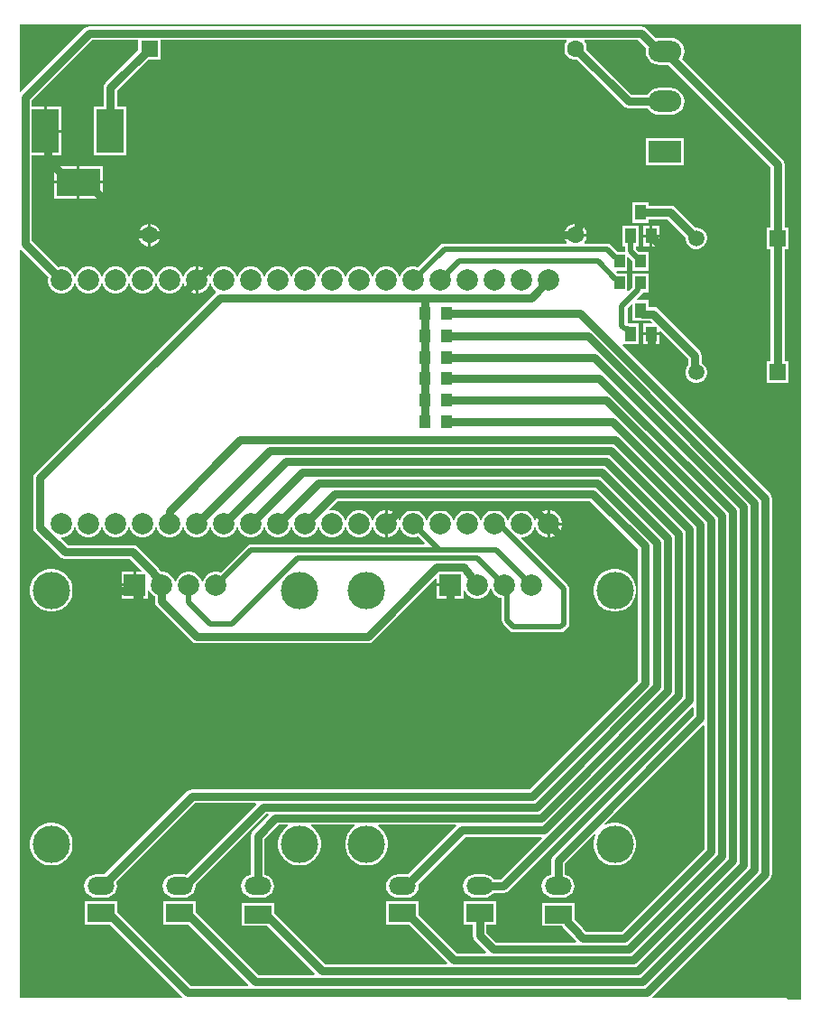
<source format=gtl>
G04*
G04 #@! TF.GenerationSoftware,Altium Limited,Altium Designer,21.3.2 (30)*
G04*
G04 Layer_Physical_Order=1*
G04 Layer_Color=255*
%FSTAX24Y24*%
%MOIN*%
G70*
G04*
G04 #@! TF.SameCoordinates,70DC1E10-037C-42C7-9AD5-60C584CD1C3D*
G04*
G04*
G04 #@! TF.FilePolarity,Positive*
G04*
G01*
G75*
%ADD17R,0.0394X0.0551*%
%ADD18R,0.0394X0.0492*%
%ADD34C,0.0300*%
%ADD35C,0.0200*%
%ADD36R,0.1000X0.0650*%
%ADD37O,0.1000X0.0650*%
%ADD38C,0.1378*%
%ADD39R,0.0787X0.0787*%
%ADD40C,0.0787*%
%ADD41R,0.1600X0.1000*%
%ADD42R,0.1000X0.1600*%
%ADD43R,0.0591X0.0591*%
%ADD44C,0.0591*%
%ADD45R,0.1220X0.0787*%
%ADD46O,0.1220X0.0787*%
%ADD47R,0.0630X0.0630*%
%ADD48C,0.0630*%
G36*
X030958Y010092D02*
X030508D01*
X03045Y01015D01*
X0255D01*
X025479Y0102D01*
X02983Y014551D01*
X029885Y014634D01*
X029905Y014732D01*
Y028607D01*
X029885Y028704D01*
X02983Y028787D01*
X024374Y034244D01*
X024397Y034291D01*
X024973D01*
Y035043D01*
X024599D01*
X024579Y035046D01*
X024554D01*
Y035616D01*
X024707Y035769D01*
X024753Y035749D01*
Y035157D01*
X025072D01*
X025097Y035153D01*
X025404D01*
X025468Y035089D01*
X025449Y035043D01*
X025127D01*
Y034717D01*
X025424D01*
X025721D01*
Y03477D01*
X025767Y034789D01*
X02679Y033767D01*
Y033499D01*
X026784Y033493D01*
X026732Y033403D01*
X026705Y033302D01*
Y033198D01*
X026732Y033097D01*
X026784Y033007D01*
X026857Y032934D01*
X026947Y032882D01*
X027048Y032855D01*
X027152D01*
X027253Y032882D01*
X027343Y032934D01*
X027416Y033007D01*
X027468Y033097D01*
X027495Y033198D01*
Y033302D01*
X027468Y033403D01*
X027416Y033493D01*
X027343Y033566D01*
X027299Y033591D01*
Y033873D01*
X02728Y03397D01*
X027225Y034053D01*
X02569Y035588D01*
X025607Y035643D01*
X02551Y035662D01*
X025347D01*
Y035909D01*
X024912D01*
X024893Y035955D01*
X025091Y036153D01*
X025125Y036204D01*
X025341D01*
Y036896D01*
X024747D01*
Y036473D01*
X024743Y036453D01*
Y036381D01*
X024603Y036242D01*
X024553Y036262D01*
Y036896D01*
X024199D01*
X024137Y036958D01*
X024156Y037004D01*
X024553D01*
Y037487D01*
X024599Y037506D01*
X024747Y037358D01*
Y037004D01*
X025341D01*
Y037696D01*
X024986D01*
X02488Y037802D01*
Y037908D01*
X024973D01*
Y038659D01*
X024379D01*
Y037908D01*
X024472D01*
Y037718D01*
X024454Y037696D01*
X024199D01*
X02395Y037944D01*
X023884Y037988D01*
X023806Y038004D01*
X022984D01*
X022965Y03805D01*
X02297Y038055D01*
X023025Y03815D01*
X023053Y038256D01*
Y03826D01*
X022223D01*
Y038256D01*
X022251Y03815D01*
X022306Y038055D01*
X022311Y03805D01*
X022292Y038004D01*
X01779D01*
X01779Y038004D01*
X017712Y037988D01*
X017646Y037944D01*
X016816Y037114D01*
X016705Y037144D01*
X016575D01*
X016449Y03711D01*
X016337Y037045D01*
X016245Y036953D01*
X01618Y036841D01*
X016166Y036788D01*
X016114D01*
X0161Y036841D01*
X016035Y036953D01*
X015943Y037045D01*
X015831Y03711D01*
X015705Y037144D01*
X015575D01*
X015449Y03711D01*
X015337Y037045D01*
X015245Y036953D01*
X01518Y036841D01*
X015166Y036788D01*
X015114D01*
X0151Y036841D01*
X015035Y036953D01*
X014943Y037045D01*
X014831Y03711D01*
X014705Y037144D01*
X014575D01*
X014449Y03711D01*
X014337Y037045D01*
X014245Y036953D01*
X01418Y036841D01*
X014166Y036788D01*
X014114D01*
X0141Y036841D01*
X014035Y036953D01*
X013943Y037045D01*
X013831Y03711D01*
X013705Y037144D01*
X013575D01*
X013449Y03711D01*
X013337Y037045D01*
X013245Y036953D01*
X01318Y036841D01*
X013166Y036788D01*
X013114D01*
X0131Y036841D01*
X013035Y036953D01*
X012943Y037045D01*
X012831Y03711D01*
X012705Y037144D01*
X012575D01*
X012449Y03711D01*
X012337Y037045D01*
X012245Y036953D01*
X01218Y036841D01*
X012166Y036788D01*
X012114D01*
X0121Y036841D01*
X012035Y036953D01*
X011943Y037045D01*
X011831Y03711D01*
X011705Y037144D01*
X011575D01*
X011449Y03711D01*
X011337Y037045D01*
X011245Y036953D01*
X01118Y036841D01*
X011166Y036788D01*
X011114D01*
X0111Y036841D01*
X011035Y036953D01*
X010943Y037045D01*
X010831Y03711D01*
X010705Y037144D01*
X010575D01*
X010449Y03711D01*
X010337Y037045D01*
X010245Y036953D01*
X01018Y036841D01*
X010166Y036788D01*
X010114D01*
X0101Y036841D01*
X010035Y036953D01*
X009943Y037045D01*
X009831Y03711D01*
X009705Y037144D01*
X009575D01*
X009449Y03711D01*
X009337Y037045D01*
X009245Y036953D01*
X00918Y036841D01*
X009166Y036788D01*
X009114D01*
X0091Y036841D01*
X009035Y036953D01*
X008943Y037045D01*
X008831Y03711D01*
X008705Y037144D01*
X00869D01*
Y03665D01*
Y036156D01*
X008705D01*
X008831Y03619D01*
X008943Y036255D01*
X009035Y036347D01*
X0091Y036459D01*
X009114Y036512D01*
X009166D01*
X00918Y036459D01*
X009245Y036347D01*
X009337Y036255D01*
X009345Y03625D01*
X009347Y0362D01*
X009326Y036187D01*
X00267Y02953D01*
X002614Y029448D01*
X002595Y02935D01*
Y02753D01*
X002614Y027432D01*
X00267Y027349D01*
X003585Y026435D01*
X003667Y026379D01*
X003765Y02636D01*
X006171D01*
X006591Y02594D01*
X006571Y025894D01*
X0064D01*
Y0254D01*
Y024906D01*
X006844D01*
Y025168D01*
X006852Y025175D01*
X006918Y025162D01*
X006955Y025097D01*
X007047Y025005D01*
X007095Y024977D01*
Y0248D01*
X007115Y024702D01*
X00717Y02462D01*
X00847Y02332D01*
X008552Y023265D01*
X00865Y023245D01*
X014959D01*
X015057Y023265D01*
X015139Y02332D01*
X01746Y025641D01*
X017506Y025621D01*
Y02545D01*
X018D01*
Y0254D01*
X01805D01*
Y024906D01*
X018494D01*
Y025168D01*
X018502Y025175D01*
X018568Y025162D01*
X018605Y025097D01*
X018697Y025005D01*
X018809Y02494D01*
X018935Y024906D01*
X019065D01*
X019191Y02494D01*
X019303Y025005D01*
X019395Y025097D01*
X01946Y025209D01*
X019474Y025262D01*
X019526D01*
X01954Y025209D01*
X019605Y025097D01*
X019697Y025005D01*
X019809Y02494D01*
X019908Y024913D01*
Y024088D01*
X019924Y02401D01*
X019968Y023943D01*
X020206Y023706D01*
X020272Y023662D01*
X02035Y023646D01*
X02035Y023646D01*
X022083D01*
X022161Y023662D01*
X022227Y023706D01*
X022344Y023823D01*
X022344Y023823D01*
X022388Y023889D01*
X022404Y023967D01*
Y025249D01*
X022388Y025327D01*
X022344Y025393D01*
X022344Y025393D01*
X020627Y02711D01*
X020646Y027156D01*
X020705D01*
X020831Y02719D01*
X020943Y027255D01*
X021035Y027347D01*
X0211Y027459D01*
X021114Y027512D01*
X021166D01*
X02118Y027459D01*
X021245Y027347D01*
X021337Y027255D01*
X021449Y02719D01*
X021575Y027156D01*
X02159D01*
Y02765D01*
Y028144D01*
X021575D01*
X021449Y02811D01*
X021337Y028045D01*
X021245Y027953D01*
X02118Y027841D01*
X021166Y027788D01*
X021114D01*
X0211Y027841D01*
X021035Y027953D01*
X020943Y028045D01*
X020831Y02811D01*
X020705Y028144D01*
X020575D01*
X020449Y02811D01*
X020337Y028045D01*
X020245Y027953D01*
X02018Y027841D01*
X020166Y027788D01*
X020114D01*
X0201Y027841D01*
X020035Y027953D01*
X019943Y028045D01*
X019831Y02811D01*
X019705Y028144D01*
X019575D01*
X019449Y02811D01*
X019337Y028045D01*
X019245Y027953D01*
X01918Y027841D01*
X019166Y027788D01*
X019114D01*
X0191Y027841D01*
X019035Y027953D01*
X018943Y028045D01*
X018831Y02811D01*
X018705Y028144D01*
X018575D01*
X018449Y02811D01*
X018337Y028045D01*
X018245Y027953D01*
X01818Y027841D01*
X018166Y027788D01*
X018114D01*
X0181Y027841D01*
X018035Y027953D01*
X017943Y028045D01*
X017831Y02811D01*
X017705Y028144D01*
X017575D01*
X017449Y02811D01*
X017337Y028045D01*
X017245Y027953D01*
X01718Y027841D01*
X017166Y027788D01*
X017114D01*
X0171Y027841D01*
X017035Y027953D01*
X016943Y028045D01*
X016831Y02811D01*
X016705Y028144D01*
X016575D01*
X016449Y02811D01*
X016337Y028045D01*
X016245Y027953D01*
X01618Y027841D01*
X016166Y027788D01*
X016114D01*
X0161Y027841D01*
X016035Y027953D01*
X015943Y028045D01*
X015831Y02811D01*
X015705Y028144D01*
X01569D01*
Y02765D01*
Y027156D01*
X015705D01*
X015831Y02719D01*
X015943Y027255D01*
X016035Y027347D01*
X0161Y027459D01*
X016114Y027512D01*
X016166D01*
X01618Y027459D01*
X016245Y027347D01*
X016337Y027255D01*
X016449Y02719D01*
X016575Y027156D01*
X016705D01*
X016816Y027186D01*
X017058Y026944D01*
X017039Y026898D01*
X010644D01*
X010566Y026882D01*
X0105Y026838D01*
X0105Y026838D01*
X009526Y025864D01*
X009415Y025894D01*
X009285D01*
X009159Y02586D01*
X009047Y025795D01*
X008955Y025703D01*
X00889Y025591D01*
X008876Y025538D01*
X008824D01*
X00881Y025591D01*
X008745Y025703D01*
X008653Y025795D01*
X008541Y02586D01*
X008415Y025894D01*
X008285D01*
X008159Y02586D01*
X008047Y025795D01*
X007955Y025703D01*
X00789Y025591D01*
X007876Y025538D01*
X007824D01*
X00781Y025591D01*
X007745Y025703D01*
X007653Y025795D01*
X007541Y02586D01*
X007415Y025894D01*
X007349D01*
X007243Y025999D01*
X007225Y026027D01*
X006456Y026795D01*
X006374Y02685D01*
X006276Y02687D01*
X00387D01*
X00363Y02711D01*
X003649Y027156D01*
X003705D01*
X003831Y02719D01*
X003943Y027255D01*
X004035Y027347D01*
X0041Y027459D01*
X004114Y027512D01*
X004166D01*
X00418Y027459D01*
X004245Y027347D01*
X004337Y027255D01*
X004449Y02719D01*
X004575Y027156D01*
X004705D01*
X004831Y02719D01*
X004943Y027255D01*
X005035Y027347D01*
X0051Y027459D01*
X005114Y027512D01*
X005166D01*
X00518Y027459D01*
X005245Y027347D01*
X005337Y027255D01*
X005449Y02719D01*
X005575Y027156D01*
X005705D01*
X005831Y02719D01*
X005943Y027255D01*
X006035Y027347D01*
X0061Y027459D01*
X006114Y027512D01*
X006166D01*
X00618Y027459D01*
X006245Y027347D01*
X006337Y027255D01*
X006449Y02719D01*
X006575Y027156D01*
X006705D01*
X006831Y02719D01*
X006943Y027255D01*
X007035Y027347D01*
X0071Y027459D01*
X007114Y027512D01*
X007166D01*
X00718Y027459D01*
X007245Y027347D01*
X007337Y027255D01*
X007449Y02719D01*
X007575Y027156D01*
X007705D01*
X007831Y02719D01*
X007943Y027255D01*
X008035Y027347D01*
X0081Y027459D01*
X008114Y027512D01*
X008166D01*
X00818Y027459D01*
X008245Y027347D01*
X008337Y027255D01*
X008449Y02719D01*
X008575Y027156D01*
X008705D01*
X008831Y02719D01*
X008943Y027255D01*
X009035Y027347D01*
X0091Y027459D01*
X009114Y027512D01*
X009166D01*
X00918Y027459D01*
X009245Y027347D01*
X009337Y027255D01*
X009449Y02719D01*
X009575Y027156D01*
X009705D01*
X009831Y02719D01*
X009943Y027255D01*
X010035Y027347D01*
X0101Y027459D01*
X010114Y027512D01*
X010166D01*
X01018Y027459D01*
X010245Y027347D01*
X010337Y027255D01*
X010449Y02719D01*
X010575Y027156D01*
X010705D01*
X010831Y02719D01*
X010943Y027255D01*
X011035Y027347D01*
X0111Y027459D01*
X011114Y027512D01*
X011166D01*
X01118Y027459D01*
X011245Y027347D01*
X011337Y027255D01*
X011449Y02719D01*
X011575Y027156D01*
X011705D01*
X011831Y02719D01*
X011943Y027255D01*
X012035Y027347D01*
X0121Y027459D01*
X012114Y027512D01*
X012166D01*
X01218Y027459D01*
X012245Y027347D01*
X012337Y027255D01*
X012449Y02719D01*
X012575Y027156D01*
X012705D01*
X012831Y02719D01*
X012943Y027255D01*
X013035Y027347D01*
X0131Y027459D01*
X013114Y027512D01*
X013166D01*
X01318Y027459D01*
X013245Y027347D01*
X013337Y027255D01*
X013449Y02719D01*
X013575Y027156D01*
X013705D01*
X013831Y02719D01*
X013943Y027255D01*
X014035Y027347D01*
X0141Y027459D01*
X014114Y027512D01*
X014166D01*
X01418Y027459D01*
X014245Y027347D01*
X014337Y027255D01*
X014449Y02719D01*
X014575Y027156D01*
X014705D01*
X014831Y02719D01*
X014943Y027255D01*
X015035Y027347D01*
X0151Y027459D01*
X015114Y027512D01*
X015166D01*
X01518Y027459D01*
X015245Y027347D01*
X015337Y027255D01*
X015449Y02719D01*
X015575Y027156D01*
X01559D01*
Y02765D01*
Y028144D01*
X015575D01*
X015449Y02811D01*
X015337Y028045D01*
X015245Y027953D01*
X01518Y027841D01*
X015166Y027788D01*
X015114D01*
X0151Y027841D01*
X015035Y027953D01*
X014943Y028045D01*
X014831Y02811D01*
X014705Y028144D01*
X014575D01*
X014449Y02811D01*
X014337Y028045D01*
X014245Y027953D01*
X01418Y027841D01*
X014166Y027788D01*
X014114D01*
X0141Y027841D01*
X014035Y027953D01*
X013943Y028045D01*
X013831Y02811D01*
X013705Y028144D01*
X013575D01*
X013558Y028139D01*
X013533Y028182D01*
X013846Y028495D01*
X023179D01*
X024937Y026737D01*
Y02186D01*
X020932Y017855D01*
X008465D01*
X008367Y017836D01*
X008285Y01778D01*
X005218Y014714D01*
X004915D01*
X004804Y014699D01*
X004701Y014656D01*
X004612Y014588D01*
X004544Y014499D01*
X004501Y014396D01*
X004486Y014285D01*
X004501Y014174D01*
X004544Y014071D01*
X004612Y013982D01*
X004701Y013914D01*
X004804Y013871D01*
X004915Y013856D01*
X005265D01*
X005376Y013871D01*
X005479Y013914D01*
X005568Y013982D01*
X005636Y014071D01*
X005679Y014174D01*
X005694Y014285D01*
X005679Y014396D01*
X005662Y014437D01*
X008571Y017345D01*
X010819D01*
X010838Y017299D01*
X008243Y014703D01*
X008165Y014714D01*
X007815D01*
X007704Y014699D01*
X007601Y014656D01*
X007512Y014588D01*
X007444Y014499D01*
X007401Y014396D01*
X007386Y014285D01*
X007401Y014174D01*
X007444Y014071D01*
X007512Y013982D01*
X007601Y013914D01*
X007704Y013871D01*
X007815Y013856D01*
X008165D01*
X008276Y013871D01*
X008379Y013914D01*
X008468Y013982D01*
X008536Y014071D01*
X008579Y014174D01*
X008594Y014285D01*
X008588Y014328D01*
X011206Y016945D01*
X011269D01*
X011288Y016899D01*
X01071Y01632D01*
X010654Y016238D01*
X010635Y01614D01*
Y014703D01*
X010604Y014699D01*
X010501Y014656D01*
X010412Y014588D01*
X010344Y014499D01*
X010301Y014396D01*
X010286Y014285D01*
X010301Y014174D01*
X010344Y014071D01*
X010412Y013982D01*
X010501Y013914D01*
X010604Y013871D01*
X010715Y013856D01*
X011065D01*
X011176Y013871D01*
X011279Y013914D01*
X011368Y013982D01*
X011436Y014071D01*
X011479Y014174D01*
X011494Y014285D01*
X011479Y014396D01*
X011436Y014499D01*
X011368Y014588D01*
X011279Y014656D01*
X011176Y014699D01*
X011145Y014703D01*
Y016034D01*
X011656Y016545D01*
X011992D01*
X012007Y016495D01*
X011934Y016446D01*
X011824Y016336D01*
X011737Y016207D01*
X011678Y016063D01*
X011648Y015911D01*
Y015755D01*
X011678Y015603D01*
X011737Y015459D01*
X011824Y01533D01*
X011934Y01522D01*
X012063Y015134D01*
X012206Y015074D01*
X012359Y015044D01*
X012514D01*
X012667Y015074D01*
X01281Y015134D01*
X01294Y01522D01*
X013049Y01533D01*
X013136Y015459D01*
X013195Y015603D01*
X013226Y015755D01*
Y015911D01*
X013195Y016063D01*
X013136Y016207D01*
X013049Y016336D01*
X01294Y016446D01*
X012866Y016495D01*
X012881Y016545D01*
X014469D01*
X014484Y016495D01*
X01441Y016446D01*
X014301Y016336D01*
X014214Y016207D01*
X014155Y016063D01*
X014124Y015911D01*
Y015755D01*
X014155Y015603D01*
X014214Y015459D01*
X014301Y01533D01*
X01441Y01522D01*
X01454Y015134D01*
X014683Y015074D01*
X014836Y015044D01*
X014991D01*
X015144Y015074D01*
X015287Y015134D01*
X015416Y01522D01*
X015526Y01533D01*
X015613Y015459D01*
X015672Y015603D01*
X015702Y015755D01*
Y015911D01*
X015672Y016063D01*
X015613Y016207D01*
X015526Y016336D01*
X015416Y016446D01*
X015343Y016495D01*
X015358Y016545D01*
X018214D01*
X018235Y016495D01*
X016449Y014709D01*
X016415Y014714D01*
X016065D01*
X015954Y014699D01*
X015851Y014656D01*
X015762Y014588D01*
X015694Y014499D01*
X015651Y014396D01*
X015636Y014285D01*
X015651Y014174D01*
X015694Y014071D01*
X015762Y013982D01*
X015851Y013914D01*
X015954Y013871D01*
X016065Y013856D01*
X016415D01*
X016526Y013871D01*
X016629Y013914D01*
X016718Y013982D01*
X016786Y014071D01*
X016829Y014174D01*
X016844Y014285D01*
X016832Y014372D01*
X018556Y016095D01*
X021369D01*
X021388Y016049D01*
X019879Y01454D01*
X019605D01*
X019568Y014588D01*
X019479Y014656D01*
X019376Y014699D01*
X019265Y014714D01*
X018915D01*
X018804Y014699D01*
X018701Y014656D01*
X018612Y014588D01*
X018544Y014499D01*
X018501Y014396D01*
X018486Y014285D01*
X018501Y014174D01*
X018544Y014071D01*
X018612Y013982D01*
X018701Y013914D01*
X018804Y013871D01*
X018915Y013856D01*
X019265D01*
X019376Y013871D01*
X019479Y013914D01*
X019568Y013982D01*
X019605Y01403D01*
X019985D01*
X020083Y01405D01*
X020165Y014105D01*
X026949Y020888D01*
X026995Y020869D01*
Y020593D01*
X02181Y015408D01*
X021755Y015325D01*
X021735Y015227D01*
Y014703D01*
X021704Y014699D01*
X021601Y014656D01*
X021512Y014588D01*
X021444Y014499D01*
X021401Y014396D01*
X021386Y014285D01*
X021401Y014174D01*
X021444Y014071D01*
X021512Y013982D01*
X021601Y013914D01*
X021704Y013871D01*
X021815Y013856D01*
X022165D01*
X022276Y013871D01*
X022379Y013914D01*
X022468Y013982D01*
X022536Y014071D01*
X022579Y014174D01*
X022594Y014285D01*
X022579Y014396D01*
X022536Y014499D01*
X022468Y014588D01*
X022379Y014656D01*
X022276Y014699D01*
X022245Y014703D01*
Y015122D01*
X023336Y016212D01*
X023378Y016184D01*
X023328Y016063D01*
X023298Y015911D01*
Y015755D01*
X023328Y015603D01*
X023387Y015459D01*
X023474Y01533D01*
X023584Y01522D01*
X023713Y015134D01*
X023856Y015074D01*
X024009Y015044D01*
X024164D01*
X024317Y015074D01*
X02446Y015134D01*
X02459Y01522D01*
X024699Y01533D01*
X024786Y015459D01*
X024845Y015603D01*
X024876Y015755D01*
Y015911D01*
X024845Y016063D01*
X024786Y016207D01*
X024699Y016336D01*
X02459Y016446D01*
X02446Y016532D01*
X024317Y016592D01*
X024164Y016622D01*
X024009D01*
X023856Y016592D01*
X023736Y016542D01*
X023707Y016584D01*
X027349Y020226D01*
X027395Y020207D01*
Y015666D01*
X024334Y012605D01*
X023021D01*
X022969Y012657D01*
X02292Y01273D01*
X022595Y013056D01*
Y01306D01*
X02259Y013085D01*
Y01366D01*
X02139D01*
Y01281D01*
X022133D01*
X02216Y01277D01*
X022511Y012419D01*
X02256Y012345D01*
X022654Y012251D01*
X022635Y012205D01*
X019696D01*
X019345Y012556D01*
Y01286D01*
X01969D01*
Y01371D01*
X01849D01*
Y01286D01*
X018835D01*
Y01245D01*
X018855Y012352D01*
X01891Y01227D01*
X019328Y011851D01*
X019309Y011805D01*
X018256D01*
X01684Y01322D01*
Y01371D01*
X01564D01*
Y01286D01*
X01648D01*
X017888Y011451D01*
X017869Y011405D01*
X013371D01*
X01149Y013285D01*
Y01366D01*
X01029D01*
Y01281D01*
X011245D01*
X013003Y011051D01*
X012984Y011005D01*
X010921D01*
X00859Y013335D01*
Y01371D01*
X00739D01*
Y01286D01*
X008345D01*
X010553Y010651D01*
X010534Y010605D01*
X008421D01*
X00569Y013335D01*
Y01371D01*
X00449D01*
Y01286D01*
X005445D01*
X008105Y0102D01*
X008084Y01015D01*
X002092D01*
Y037767D01*
X002142Y037787D01*
X003161Y036769D01*
X003146Y036715D01*
Y036585D01*
X00318Y036459D01*
X003245Y036347D01*
X003337Y036255D01*
X003449Y03619D01*
X003575Y036156D01*
X003705D01*
X003831Y03619D01*
X003943Y036255D01*
X004035Y036347D01*
X0041Y036459D01*
X004114Y036512D01*
X004166D01*
X00418Y036459D01*
X004245Y036347D01*
X004337Y036255D01*
X004449Y03619D01*
X004575Y036156D01*
X004705D01*
X004831Y03619D01*
X004943Y036255D01*
X005035Y036347D01*
X0051Y036459D01*
X005114Y036512D01*
X005166D01*
X00518Y036459D01*
X005245Y036347D01*
X005337Y036255D01*
X005449Y03619D01*
X005575Y036156D01*
X005705D01*
X005831Y03619D01*
X005943Y036255D01*
X006035Y036347D01*
X0061Y036459D01*
X006114Y036512D01*
X006166D01*
X00618Y036459D01*
X006245Y036347D01*
X006337Y036255D01*
X006449Y03619D01*
X006575Y036156D01*
X006705D01*
X006831Y03619D01*
X006943Y036255D01*
X007035Y036347D01*
X0071Y036459D01*
X007114Y036512D01*
X007166D01*
X00718Y036459D01*
X007245Y036347D01*
X007337Y036255D01*
X007449Y03619D01*
X007575Y036156D01*
X007705D01*
X007831Y03619D01*
X007943Y036255D01*
X008035Y036347D01*
X0081Y036459D01*
X008114Y036512D01*
X008166D01*
X00818Y036459D01*
X008245Y036347D01*
X008337Y036255D01*
X008449Y03619D01*
X008575Y036156D01*
X00859D01*
Y03665D01*
Y037144D01*
X008575D01*
X008449Y03711D01*
X008337Y037045D01*
X008245Y036953D01*
X00818Y036841D01*
X008166Y036788D01*
X008114D01*
X0081Y036841D01*
X008035Y036953D01*
X007943Y037045D01*
X007831Y03711D01*
X007705Y037144D01*
X007575D01*
X007449Y03711D01*
X007337Y037045D01*
X007245Y036953D01*
X00718Y036841D01*
X007166Y036788D01*
X007114D01*
X0071Y036841D01*
X007035Y036953D01*
X006943Y037045D01*
X006831Y03711D01*
X006705Y037144D01*
X006575D01*
X006449Y03711D01*
X006337Y037045D01*
X006245Y036953D01*
X00618Y036841D01*
X006166Y036788D01*
X006114D01*
X0061Y036841D01*
X006035Y036953D01*
X005943Y037045D01*
X005831Y03711D01*
X005705Y037144D01*
X005575D01*
X005449Y03711D01*
X005337Y037045D01*
X005245Y036953D01*
X00518Y036841D01*
X005166Y036788D01*
X005114D01*
X0051Y036841D01*
X005035Y036953D01*
X004943Y037045D01*
X004831Y03711D01*
X004705Y037144D01*
X004575D01*
X004449Y03711D01*
X004337Y037045D01*
X004245Y036953D01*
X00418Y036841D01*
X004166Y036788D01*
X004114D01*
X0041Y036841D01*
X004035Y036953D01*
X003943Y037045D01*
X003831Y03711D01*
X003705Y037144D01*
X003575D01*
X003521Y037129D01*
X002545Y038106D01*
Y04125D01*
X00299D01*
Y04215D01*
Y04305D01*
X002545D01*
Y043284D01*
X004771Y04551D01*
X006475D01*
Y045146D01*
X005261Y043932D01*
X005206Y043849D01*
X005187Y043752D01*
Y04305D01*
X004842D01*
Y04125D01*
X006042D01*
Y04305D01*
X005696D01*
Y043646D01*
X006836Y044785D01*
X007305D01*
Y04551D01*
X022296D01*
X022315Y045464D01*
X022306Y045455D01*
X022251Y04536D01*
X022223Y045255D01*
Y045145D01*
X022251Y04504D01*
X022306Y044945D01*
X022383Y044868D01*
X022478Y044813D01*
X022583Y044785D01*
X022693D01*
X024408Y043069D01*
X024491Y043014D01*
X024588Y042995D01*
X025297D01*
X025371Y042897D01*
X025474Y042818D01*
X025595Y042769D01*
X025723Y042752D01*
X026157D01*
X026285Y042769D01*
X026406Y042818D01*
X026509Y042897D01*
X026588Y043001D01*
X026638Y043121D01*
X026655Y04325D01*
X026638Y043378D01*
X026588Y043499D01*
X026509Y043602D01*
X026406Y043681D01*
X026285Y043731D01*
X026157Y043748D01*
X025723D01*
X025595Y043731D01*
X025474Y043681D01*
X025371Y043602D01*
X025297Y043505D01*
X024694D01*
X023053Y045146D01*
Y045255D01*
X023025Y04536D01*
X02297Y045455D01*
X022961Y045464D01*
X02298Y04551D01*
X024953D01*
X025241Y045221D01*
X025226Y0451D01*
X025242Y044971D01*
X025292Y044851D01*
X025371Y044748D01*
X025474Y044669D01*
X025595Y044619D01*
X025723Y044602D01*
X026077D01*
X029845Y040834D01*
Y038595D01*
X029705D01*
Y037805D01*
X029845D01*
Y033645D01*
X029705D01*
Y032855D01*
X030495D01*
Y033645D01*
X030355D01*
Y037805D01*
X030495D01*
Y038595D01*
X030355D01*
Y04094D01*
X030336Y041038D01*
X03028Y04112D01*
X026571Y044829D01*
X026588Y044851D01*
X026638Y044971D01*
X026655Y0451D01*
X026638Y045229D01*
X026588Y045349D01*
X026509Y045452D01*
X026406Y045531D01*
X026285Y045581D01*
X026157Y045598D01*
X025723D01*
X025602Y045582D01*
X025239Y045945D01*
X025156Y046D01*
X025059Y04602D01*
X004665D01*
X004567Y046D01*
X004485Y045945D01*
X002142Y043603D01*
X002092Y043623D01*
Y046108D01*
X030958D01*
Y010092D01*
D02*
G37*
%LPC*%
G36*
X00364Y04305D02*
X00309D01*
Y0422D01*
X00364D01*
Y04305D01*
D02*
G37*
G36*
Y0421D02*
X00309D01*
Y04125D01*
X00364D01*
Y0421D01*
D02*
G37*
G36*
X02665Y041893D02*
X02523D01*
Y040906D01*
X02665D01*
Y041893D01*
D02*
G37*
G36*
X00516Y04086D02*
X00431D01*
Y04031D01*
X00516D01*
Y04086D01*
D02*
G37*
G36*
X00421D02*
X00336D01*
Y04031D01*
X00421D01*
Y04086D01*
D02*
G37*
G36*
X00516Y04021D02*
X00431D01*
Y03966D01*
X00516D01*
Y04021D01*
D02*
G37*
G36*
X00421D02*
X00336D01*
Y03966D01*
X00421D01*
Y04021D01*
D02*
G37*
G36*
X006945Y038725D02*
X00694D01*
Y03836D01*
X007305D01*
Y038365D01*
X007277Y03847D01*
X007222Y038565D01*
X007145Y038642D01*
X00705Y038697D01*
X006945Y038725D01*
D02*
G37*
G36*
X00684D02*
X006835D01*
X00673Y038697D01*
X006635Y038642D01*
X006558Y038565D01*
X006503Y03847D01*
X006475Y038365D01*
Y03836D01*
X00684D01*
Y038725D01*
D02*
G37*
G36*
X022693Y038725D02*
X022688D01*
Y03836D01*
X023053D01*
Y038365D01*
X023025Y03847D01*
X02297Y038565D01*
X022893Y038642D01*
X022798Y038697D01*
X022693Y038725D01*
D02*
G37*
G36*
X022588D02*
X022583D01*
X022478Y038697D01*
X022383Y038642D01*
X022306Y038565D01*
X022251Y03847D01*
X022223Y038365D01*
Y03836D01*
X022588D01*
Y038725D01*
D02*
G37*
G36*
X025721Y038659D02*
X025474D01*
Y038334D01*
X025721D01*
Y038659D01*
D02*
G37*
G36*
X025374D02*
X025127D01*
Y038334D01*
X025374D01*
Y038659D01*
D02*
G37*
G36*
X025721Y038234D02*
X025474D01*
Y037908D01*
X025721D01*
Y038234D01*
D02*
G37*
G36*
X025374D02*
X025127D01*
Y037908D01*
X025374D01*
Y038234D01*
D02*
G37*
G36*
X007305Y03826D02*
X00694D01*
Y037895D01*
X006945D01*
X00705Y037924D01*
X007145Y037978D01*
X007222Y038055D01*
X007277Y03815D01*
X007305Y038256D01*
Y03826D01*
D02*
G37*
G36*
X00684D02*
X006475D01*
Y038256D01*
X006503Y03815D01*
X006558Y038055D01*
X006635Y037978D01*
X00673Y037924D01*
X006835Y037895D01*
X00684D01*
Y03826D01*
D02*
G37*
G36*
X025347Y039526D02*
X024753D01*
Y038774D01*
X025347D01*
Y038895D01*
X026044D01*
X026705Y038235D01*
Y038148D01*
X026732Y038047D01*
X026784Y037957D01*
X026857Y037884D01*
X026947Y037832D01*
X027048Y037805D01*
X027152D01*
X027253Y037832D01*
X027343Y037884D01*
X027416Y037957D01*
X027468Y038047D01*
X027495Y038148D01*
Y038252D01*
X027468Y038353D01*
X027416Y038443D01*
X027343Y038516D01*
X027253Y038568D01*
X027152Y038595D01*
X027065D01*
X02633Y03933D01*
X026248Y039385D01*
X02615Y039405D01*
X025347D01*
Y039526D01*
D02*
G37*
G36*
X025721Y034617D02*
X025474D01*
Y034291D01*
X025721D01*
Y034617D01*
D02*
G37*
G36*
X025374D02*
X025127D01*
Y034291D01*
X025374D01*
Y034617D01*
D02*
G37*
G36*
X021705Y028144D02*
X02169D01*
Y0277D01*
X022134D01*
Y027715D01*
X0221Y027841D01*
X022035Y027953D01*
X021943Y028045D01*
X021831Y02811D01*
X021705Y028144D01*
D02*
G37*
G36*
X022134Y0276D02*
X02169D01*
Y027156D01*
X021705D01*
X021831Y02719D01*
X021943Y027255D01*
X022035Y027347D01*
X0221Y027459D01*
X022134Y027585D01*
Y0276D01*
D02*
G37*
G36*
X0063Y025894D02*
X005856D01*
Y02545D01*
X0063D01*
Y025894D01*
D02*
G37*
G36*
X01795Y02535D02*
X017506D01*
Y024906D01*
X01795D01*
Y02535D01*
D02*
G37*
G36*
X0063D02*
X005856D01*
Y024906D01*
X0063D01*
Y02535D01*
D02*
G37*
G36*
X024164Y025992D02*
X024009D01*
X023856Y025962D01*
X023713Y025902D01*
X023584Y025816D01*
X023474Y025706D01*
X023387Y025577D01*
X023328Y025433D01*
X023298Y025281D01*
Y025125D01*
X023328Y024973D01*
X023387Y024829D01*
X023474Y0247D01*
X023584Y02459D01*
X023713Y024504D01*
X023856Y024444D01*
X024009Y024414D01*
X024164D01*
X024317Y024444D01*
X02446Y024504D01*
X02459Y02459D01*
X024699Y0247D01*
X024786Y024829D01*
X024845Y024973D01*
X024876Y025125D01*
Y025281D01*
X024845Y025433D01*
X024786Y025577D01*
X024699Y025706D01*
X02459Y025816D01*
X02446Y025902D01*
X024317Y025962D01*
X024164Y025992D01*
D02*
G37*
G36*
X003341D02*
X003186D01*
X003033Y025962D01*
X00289Y025902D01*
X00276Y025816D01*
X002651Y025706D01*
X002564Y025577D01*
X002505Y025433D01*
X002474Y025281D01*
Y025125D01*
X002505Y024973D01*
X002564Y024829D01*
X002651Y0247D01*
X00276Y02459D01*
X00289Y024504D01*
X003033Y024444D01*
X003186Y024414D01*
X003341D01*
X003494Y024444D01*
X003637Y024504D01*
X003766Y02459D01*
X003876Y0247D01*
X003963Y024829D01*
X004022Y024973D01*
X004052Y025125D01*
Y025281D01*
X004022Y025433D01*
X003963Y025577D01*
X003876Y025706D01*
X003766Y025816D01*
X003637Y025902D01*
X003494Y025962D01*
X003341Y025992D01*
D02*
G37*
G36*
Y016622D02*
X003186D01*
X003033Y016592D01*
X00289Y016532D01*
X00276Y016446D01*
X002651Y016336D01*
X002564Y016207D01*
X002505Y016063D01*
X002474Y015911D01*
Y015755D01*
X002505Y015603D01*
X002564Y015459D01*
X002651Y01533D01*
X00276Y01522D01*
X00289Y015134D01*
X003033Y015074D01*
X003186Y015044D01*
X003341D01*
X003494Y015074D01*
X003637Y015134D01*
X003766Y01522D01*
X003876Y01533D01*
X003963Y015459D01*
X004022Y015603D01*
X004052Y015755D01*
Y015911D01*
X004022Y016063D01*
X003963Y016207D01*
X003876Y016336D01*
X003766Y016446D01*
X003637Y016532D01*
X003494Y016592D01*
X003341Y016622D01*
D02*
G37*
%LPD*%
D17*
X02505Y03915D02*
D03*
X025424Y038284D02*
D03*
X024676D02*
D03*
X02505Y035533D02*
D03*
X025424Y034667D02*
D03*
X024676D02*
D03*
D18*
X025044Y03655D02*
D03*
X024256D02*
D03*
X025044Y03735D02*
D03*
X024256D02*
D03*
X017873Y035439D02*
D03*
X017086D02*
D03*
X017873Y034589D02*
D03*
X017086D02*
D03*
X017873Y033789D02*
D03*
X017086D02*
D03*
X017873Y033039D02*
D03*
X017086D02*
D03*
X017873Y032239D02*
D03*
X017086D02*
D03*
X017873Y031439D02*
D03*
X017086D02*
D03*
D34*
X008001Y014389D02*
X008289D01*
X00799Y0144D02*
X008001Y014389D01*
X008289D02*
X0111Y0172D01*
X021203D01*
X01155Y0168D02*
X021369D01*
X01089Y01614D02*
X01155Y0168D01*
X021369D02*
X02605Y021481D01*
X01089Y0144D02*
Y01614D01*
X021203Y0172D02*
X02565Y021647D01*
X023616Y02955D02*
X02605Y027116D01*
X017086Y036006D02*
X020996D01*
X017086Y035986D02*
X017106Y036006D01*
X009506D02*
X017086D01*
Y034589D02*
Y035986D01*
X006512Y024738D02*
X00815Y0231D01*
X006512Y024738D02*
Y025238D01*
X00635Y0254D02*
X006512Y025238D01*
X01624Y014285D02*
X016385D01*
X01845Y01635D01*
X021484D01*
X003145Y041076D02*
X00396Y04026D01*
X00304Y04215D02*
X003145Y042045D01*
Y041076D02*
Y042045D01*
X005442Y04215D02*
Y043752D01*
X00689Y0452D01*
X00456Y04026D02*
X006447Y038373D01*
X0287Y0332D02*
Y0351D01*
X02665Y0325D02*
X028D01*
X0287Y0332D01*
X02555Y038158D02*
X028608Y0351D01*
X0287D02*
Y03855D01*
X028608Y0351D02*
X0287D01*
X025424Y038205D02*
Y038284D01*
X025471Y038158D02*
X02555D01*
X025424Y038205D02*
X025471Y038158D01*
X025424Y033726D02*
X02665Y0325D01*
X023776Y039676D02*
X027574D01*
X0287Y03855D01*
X022701Y038601D02*
X023776Y039676D01*
X022638Y03831D02*
X022701Y038373D01*
Y038601D01*
X0103Y03831D02*
X022638D01*
X02615Y03915D02*
X0271Y0382D01*
X02505Y03915D02*
X02615D01*
X025424Y033726D02*
Y034667D01*
X02505Y035454D02*
X025097Y035407D01*
X02551D01*
X027044Y033873D01*
X02505Y035454D02*
Y035533D01*
X027044Y033306D02*
Y033873D01*
Y033306D02*
X0271Y03325D01*
X0301D02*
Y0382D01*
Y04094D01*
X00229Y038D02*
Y04339D01*
Y038D02*
X00364Y03665D01*
X00229Y04339D02*
X004665Y045765D01*
X025059D02*
X025723Y0451D01*
X02594D01*
X004665Y045765D02*
X025059D01*
X02625Y04479D02*
X0301Y04094D01*
X02594Y0451D02*
X026025D01*
X02625Y044875D01*
Y04479D02*
Y044875D01*
X018Y0231D02*
X021978D01*
X023092Y024214D01*
Y026198D01*
X014959Y0235D02*
X017503Y026044D01*
X00865Y0235D02*
X014959D01*
X017503Y026044D02*
X018497D01*
X018644Y025897D01*
X019Y0254D01*
X018Y0231D02*
Y0254D01*
X00815Y0231D02*
X018D01*
X00735Y0248D02*
X00865Y0235D01*
X00735Y0248D02*
Y025532D01*
X02164Y02765D02*
X023092Y026198D01*
X0024Y027394D02*
Y03041D01*
Y027394D02*
X004591Y025203D01*
X0024Y03041D02*
X00864Y03665D01*
X00285Y02753D02*
Y02935D01*
Y02753D02*
X003765Y026615D01*
X00285Y02935D02*
X009506Y036006D01*
X003765Y026615D02*
X006276D01*
X007045Y025846D01*
Y025837D02*
Y025846D01*
Y025837D02*
X00735Y025532D01*
X004591Y025203D02*
X006153D01*
X00635Y0254D01*
X01564Y02765D02*
X016284Y028294D01*
X020996D01*
X02164Y02765D01*
X017873Y031439D02*
X023989D01*
X023284Y02875D02*
X025192Y026842D01*
X024113Y03075D02*
X02725Y027613D01*
X01254Y02955D02*
X023616D01*
X01134Y03035D02*
X023947D01*
X01194Y02995D02*
X023781D01*
X02345Y02915D02*
X02565Y02695D01*
X01374Y02875D02*
X023284D01*
X023781Y02995D02*
X02645Y027281D01*
X023947Y03035D02*
X02685Y027447D01*
X01025Y03075D02*
X024113D01*
X01314Y02915D02*
X02345D01*
X017873Y032239D02*
X023755D01*
X017873Y033039D02*
X02352D01*
X017873Y033789D02*
X023336D01*
X023102Y034589D02*
X02925Y028441D01*
X017873Y034589D02*
X023102D01*
X017873Y035439D02*
X022817D01*
X017086Y033789D02*
Y034589D01*
Y033039D02*
Y033789D01*
Y032239D02*
Y033039D01*
Y031439D02*
Y032239D01*
X020996Y036006D02*
X02164Y03665D01*
X01164Y02765D02*
X01314Y02915D01*
X01064Y02765D02*
X01254Y02955D01*
X00964Y02765D02*
X01194Y02995D01*
X00864Y02765D02*
X01134Y03035D01*
X01264Y02765D02*
X01374Y02875D01*
X00764Y02814D02*
X01025Y03075D01*
X00509Y0144D02*
X005265D01*
X008465Y0176D01*
X021037D01*
X025192Y021755D01*
Y026842D01*
X02199Y014285D02*
Y015227D01*
X02725Y020487D01*
X02765Y01556D02*
Y027778D01*
X023989Y031439D02*
X02765Y027778D01*
X02685Y02115D02*
Y027447D01*
X02725Y020487D02*
Y027613D01*
X019985Y014285D02*
X02685Y02115D01*
X021484Y01635D02*
X02645Y021316D01*
Y027281D01*
X023755Y032239D02*
X02805Y027944D01*
X022817Y035439D02*
X02965Y028607D01*
X023336Y033789D02*
X02885Y028275D01*
X02605Y021481D02*
Y027116D01*
X02352Y033039D02*
X02845Y02811D01*
X02805Y015394D02*
Y027944D01*
X02845Y015229D02*
Y02811D01*
X02565Y021647D02*
Y02695D01*
X025103Y01075D02*
X02925Y014897D01*
Y028441D01*
X024606Y01195D02*
X02805Y015394D01*
X025268Y01035D02*
X02965Y014732D01*
X024937Y01115D02*
X02885Y015063D01*
X02444Y01235D02*
X02765Y01556D01*
X02965Y014732D02*
Y028607D01*
X024771Y01155D02*
X02845Y015229D01*
X02885Y015063D02*
Y028275D01*
X01909Y014285D02*
X019985D01*
X00764Y02765D02*
Y02814D01*
X01815Y01155D02*
X024771D01*
X013265Y01115D02*
X024937D01*
X010815Y01075D02*
X025103D01*
X008315Y01035D02*
X025268D01*
X01959Y01195D02*
X024606D01*
X011065Y01335D02*
X013265Y01115D01*
X005265Y0134D02*
X008315Y01035D01*
X00509Y0134D02*
X005265D01*
X008165D02*
X010815Y01075D01*
X00799Y0134D02*
X008165D01*
X02274Y012526D02*
Y01255D01*
X02199Y013235D02*
X022165D01*
X022916Y01235D02*
X02444D01*
X02234Y01295D02*
Y01306D01*
X022165Y013235D02*
X02234Y01306D01*
Y01295D02*
X02274Y01255D01*
Y012526D02*
X022916Y01235D01*
X01089Y01335D02*
X011065D01*
X01909Y01245D02*
Y013285D01*
X016415D02*
X01815Y01155D01*
X01909Y01245D02*
X01959Y01195D01*
X01624Y013285D02*
X016415D01*
X0103Y03831D02*
X0103Y03831D01*
X00689Y03831D02*
X0103D01*
X00864Y03665D02*
X0103Y03831D01*
X024588Y04325D02*
X02594D01*
X022638Y0452D02*
X024588Y04325D01*
X006447Y038373D02*
X006827D01*
X00426Y04026D02*
X00456D01*
X006827Y038373D02*
X00689Y03831D01*
X00396Y04026D02*
X00426D01*
D35*
X0222Y023967D02*
Y025249D01*
X019799Y02765D02*
X0222Y025249D01*
X01964Y02765D02*
X019799D01*
X020112Y024088D02*
Y025288D01*
Y024088D02*
X02035Y02385D01*
X022083D01*
X0222Y023967D01*
X024898Y037496D02*
X024947D01*
X025044Y037399D01*
X024676Y037718D02*
Y038284D01*
Y037718D02*
X024898Y037496D01*
X025044Y03735D02*
Y037399D01*
X024947Y036297D02*
Y036453D01*
X02435Y0357D02*
X024947Y036297D01*
X02435Y03496D02*
Y0357D01*
X024947Y036453D02*
X025044Y03655D01*
X024467Y034843D02*
X024579D01*
X02435Y03496D02*
X024467Y034843D01*
X024676Y034667D02*
Y034746D01*
X024579Y034843D02*
X024676Y034746D01*
X024256Y03655D02*
Y036599D01*
X02411Y036696D02*
X024159D01*
X024256Y036599D01*
X018334Y037344D02*
X023463D01*
X02411Y036696D01*
X01779Y0378D02*
X02242D01*
X024256Y037301D02*
Y03735D01*
X022856Y0378D02*
X023806D01*
X024256Y03735D02*
Y037399D01*
X024159Y037496D02*
X024256Y037399D01*
X02411Y037496D02*
X024159D01*
X023806Y0378D02*
X02411Y037496D01*
X022851Y037795D02*
X022856Y0378D01*
X01664Y03665D02*
X01779Y0378D01*
X022425Y037795D02*
X022851D01*
X02242Y0378D02*
X022425Y037795D01*
X01764Y03665D02*
X018334Y037344D01*
X019006Y026394D02*
X020112Y025288D01*
X009926Y02395D02*
X01237Y026394D01*
X00915Y02395D02*
X009926D01*
X00835Y02475D02*
Y0254D01*
Y02475D02*
X00915Y02395D01*
X01237Y026394D02*
X019006D01*
X01664Y02765D02*
X017596Y026694D01*
X00935Y0254D02*
X010644Y026694D01*
X017596D01*
X019706D02*
X021Y0254D01*
X017596Y026694D02*
X019706D01*
D36*
X02199Y013235D02*
D03*
X01909Y013285D02*
D03*
X01624D02*
D03*
X01089Y013235D02*
D03*
X00799Y013285D02*
D03*
X00509D02*
D03*
D37*
X02199Y014285D02*
D03*
X01909D02*
D03*
X01624D02*
D03*
X01089D02*
D03*
X00799D02*
D03*
X00509D02*
D03*
D38*
X024087Y025203D02*
D03*
Y015833D02*
D03*
X014913D02*
D03*
Y025203D02*
D03*
X003263D02*
D03*
Y015833D02*
D03*
X012437D02*
D03*
Y025203D02*
D03*
D39*
X018Y0254D02*
D03*
X00635D02*
D03*
D40*
X02D02*
D03*
X021D02*
D03*
X019D02*
D03*
X00664Y03665D02*
D03*
X00364D02*
D03*
X00864D02*
D03*
X01164D02*
D03*
X01264D02*
D03*
X01764D02*
D03*
X01964D02*
D03*
X02064D02*
D03*
X00464D02*
D03*
X00564D02*
D03*
X00764D02*
D03*
X00964D02*
D03*
X01064D02*
D03*
X01364D02*
D03*
X01464D02*
D03*
X01564D02*
D03*
X01664D02*
D03*
X01864D02*
D03*
X02164D02*
D03*
X00364Y02765D02*
D03*
X00464D02*
D03*
X00564D02*
D03*
X00664D02*
D03*
X00764D02*
D03*
X00864D02*
D03*
X00964D02*
D03*
X01064D02*
D03*
X01164D02*
D03*
X01264D02*
D03*
X01364D02*
D03*
X01464D02*
D03*
X01564D02*
D03*
X01664D02*
D03*
X01764D02*
D03*
X01864D02*
D03*
X01964D02*
D03*
X02064D02*
D03*
X02164D02*
D03*
X00735Y0254D02*
D03*
X00935D02*
D03*
X00835D02*
D03*
D41*
X00426Y04026D02*
D03*
D42*
X00304Y04215D02*
D03*
X005442D02*
D03*
D43*
X0301Y03325D02*
D03*
Y0382D02*
D03*
D44*
X0271Y03325D02*
D03*
Y0382D02*
D03*
D45*
X02594Y041399D02*
D03*
D46*
Y04325D02*
D03*
Y0451D02*
D03*
D47*
X00689Y0452D02*
D03*
D48*
Y03831D02*
D03*
X022638Y0452D02*
D03*
Y03831D02*
D03*
M02*

</source>
